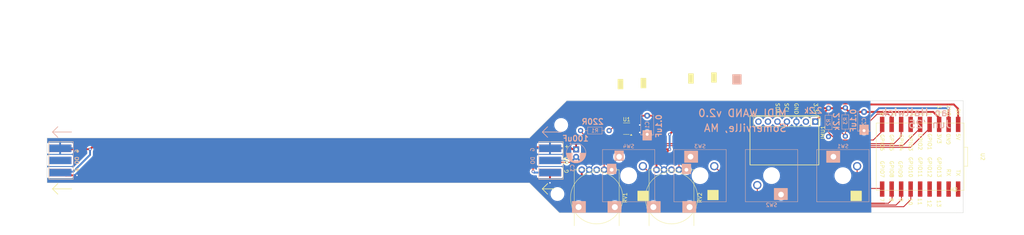
<source format=kicad_pcb>
(kicad_pcb (version 20240108) (generator "pcbnew") (generator_version "8.0")
  (layers (0 "F.Cu" signal) (31 "B.Cu" signal) (34 "B.Paste" user) (35 "F.Paste" user) (36 "B.SilkS" user "B.Silkscreen") (37 "F.SilkS" user "F.Silkscreen") (38 "B.Mask" user) (39 "F.Mask" user) (44 "Edge.Cuts" user))
  (net 0 "")
  (net 1 "/A1")
  (net 2 "+3.3V")
  (net 3 "GND")
  (net 4 "/A2")
  (net 5 "/A3")
  (net 6 "/A6")
  (net 7 "/A0")
  (net 8 "/A8")
  (net 9 "/SCL")
  (net 10 "/SDA")
  (net 11 "/A7")
  (net 12 "/A9")
  (net 13 "/D0")
  (net 17 "+5V")
  (net 18 "Net-(D1-DO)")
  (net 21 "Net-(R1-Pad1)")
  (footprint "ih_kicad:potentiometer_wheel_10mm" (layer "F.Cu") (at 202 110 -90)
    (property "Reference" "RV2" (at 0 -7.62 90) (layer "F.SilkS"))
    (property "Value" "10k")
    (pad "1" thru_hole circle (at -7.5 4 270) (size 1.8 1.8) (drill 1) (layers "*.Cu" "*.Mask") (net 2 "+3.3V"))
    (pad "2" thru_hole circle (at -7.5 2 270) (size 1.8 1.8) (drill 1) (layers "*.Cu" "*.Mask") (net 3 "GND"))
    (pad "3" thru_hole circle (at -7.5 0 270) (size 1.8 1.8) (drill 1) (layers "*.Cu" "*.Mask"))
    (pad "4" thru_hole circle (at -7.5 -2 270) (size 1.8 1.8) (drill 1) (layers "*.Cu" "*.Mask") (net 7 "/A0"))
    (pad "5" thru_hole circle (at -7.5 -4 270) (size 1.8 1.8) (drill 1) (layers "*.Cu" "*.Mask") (net 3 "GND"))
    (pad "6" thru_hole circle (at 2.5 -4.85 270) (size 2.6 2.6) (drill 1.6) (layers "*.Cu" "*.Mask") (net 3 "GND"))
    (pad "6" thru_hole circle (at 2.5 4.85 270) (size 2.6 2.6) (drill 1.6) (layers "*.Cu" "*.Mask") (net 3 "GND"))
  )
  (footprint "Package_TO_SOT_SMD:TSOT-23-5_HandSoldering" (layer "F.Cu") (at 190 91.5 180)
    (property "Reference" "U1" (at 0 2.5 0) (layer "F.SilkS"))
    (property "Value" "74AHCT1G125")
    (pad "1" smd roundrect (at -1.71 -0.95 180) (size 2 0.65) (layers "F.Cu" "F.Paste" "F.Mask") (net 3 "GND"))
    (pad "2" smd roundrect (at -1.71 0 180) (size 2 0.65) (layers "F.Cu" "F.Paste" "F.Mask") (net 5 "/A3"))
    (pad "3" smd roundrect (at -1.71 0.95 180) (size 2 0.65) (layers "F.Cu" "F.Paste" "F.Mask") (net 3 "GND"))
    (pad "4" smd roundrect (at 1.71 0.95 180) (size 2 0.65) (layers "F.Cu" "F.Paste" "F.Mask") (net 21 "Net-(R1-Pad1)"))
    (pad "5" smd roundrect (at 1.71 -0.95 180) (size 2 0.65) (layers "F.Cu" "F.Paste" "F.Mask") (net 17 "+5V"))
  )
  (footprint "ih_kicad:WS2812_PADS" (layer "F.Cu") (at 170 100 90)
    (property "Reference" "D1" (hide yes))
    (property "Value" "~")
    (fp_text user "DO" (at -1.118063 4.5 90) (layer "F.SilkS") (effects (justify left bottom)))
    (fp_text user "G" (at -3.5 4.541299 90) (layer "F.SilkS") (effects (justify left bottom)))
    (fp_text user "+" (at 3 4.5 90) (layer "F.SilkS") (effects (justify left bottom)))
    (pad "1" smd rect (at -3.25 -0.5 90) (size 2 6) (layers "F.Cu" "F.Paste" "F.Mask") (net 3 "GND"))
    (pad "2" smd rect (at 0 -0.5 90) (size 2 6) (layers "F.Cu" "F.Paste" "F.Mask") (net 18 "Net-(D1-DO)"))
    (pad "3" smd rect (at 3.25 -0.5 90) (size 2 6) (layers "F.Cu" "F.Paste" "F.Mask") (net 17 "+5V"))
  )
  (footprint "MountingHole:MountingHole_3.2mm_M3" (layer "F.Cu") (at 172.5 90.5)
    (property "Reference" "H4" (hide yes))
    (property "Value" "MountingHole")
    (pad "" np_thru_hole circle (at 0 0) (size 3.2 3.2) (drill 3.2) (layers "*.Cu" "*.Mask"))
  )
  (footprint "Connector_PinHeader_2.54mm:PinHeader_1x07_P2.54mm_Vertical" (layer "F.Cu") (at 240.5 89.6 -90)
    (property "Reference" "IMU1" (at 2.9 -2 90) (layer "F.SilkS"))
    (property "Value" "Conn_01x07_Pin" (hide yes))
    (pad "1" thru_hole rect (at 0 0 270) (size 1.7 1.7) (drill 1) (layers "*.Cu" "*.Mask") (net 2 "+3.3V"))
    (pad "2" thru_hole oval (at 0 2.54 270) (size 1.7 1.7) (drill 1) (layers "*.Cu" "*.Mask"))
    (pad "3" thru_hole oval (at 0 5.08 270) (size 1.7 1.7) (drill 1) (layers "*.Cu" "*.Mask") (net 3 "GND"))
    (pad "4" thru_hole oval (at 0 7.62 270) (size 1.7 1.7) (drill 1) (layers "*.Cu" "*.Mask") (net 9 "/SCL"))
    (pad "5" thru_hole oval (at 0 10.16 270) (size 1.7 1.7) (drill 1) (layers "*.Cu" "*.Mask") (net 10 "/SDA"))
    (pad "6" thru_hole oval (at 0 12.7 270) (size 1.7 1.7) (drill 1) (layers "*.Cu" "*.Mask"))
    (pad "7" thru_hole oval (at 0 15.24 270) (size 1.7 1.7) (drill 1) (layers "*.Cu" "*.Mask"))
  )
  (footprint "ih_kicad:Wifiduino-ESP32S3-SMD" (layer "F.Cu") (at 268.5 99 -90)
    (property "Reference" "U2" (at 0 -16.74 -90) (layer "F.SilkS"))
    (property "Value" "~")
    (fp_text user "GPIO7" (at 1 10.16 -90) (layer "F.SilkS") (effects (justify left)))
    (fp_text user "GPIO2" (at -6.35 0 -90) (layer "F.SilkS") (effects (justify left)))
    (fp_text user "GPIO11" (at 0 0 -90) (layer "F.SilkS") (effects (justify left)))
    (fp_text user "3V3" (at -6.35 -5.08 -90) (layer "F.SilkS") (effects (justify left)))
    (fp_text user "TX" (at 5.309999 -10.16 -90) (layer "F.SilkS") (effects (justify right)))
    (fp_text user "GPIO13" (at 0 -5.08 -90) (layer "F.SilkS") (effects (justify left)))
    (fp_text user "GPIO6" (at -6.120001 10.16 -90) (layer "F.SilkS") (effects (justify left)))
    (fp_text user "GPIO9" (at 1 5.309999 -90) (layer "F.SilkS") (effects (justify left)))
    (fp_text user "5V" (at -6.35 -10.16 -90) (layer "F.SilkS") (effects (justify left)))
    (fp_text user "GPIO3" (at -6.120001 2.54 -90) (layer "F.SilkS") (effects (justify left)))
    (fp_text user "GND" (at -6.35 -7.62 90) (layer "F.SilkS") (effects (justify right)))
    (fp_text user "GPIO1" (at -6.35 -2.54 -90) (layer "F.SilkS") (effects (justify left)))
    (fp_text user "GPIO12" (at 0 -2.54 -90) (layer "F.SilkS") (effects (justify left)))
    (fp_text user "RX" (at 5.309999 -7.62 -90) (layer "F.SilkS") (effects (justify right)))
    (fp_text user "GPIO5" (at -6.120001 7.62 -90) (layer "F.SilkS") (effects (justify left)))
    (fp_text user "GPIO8" (at 1 7.62 -90) (layer "F.SilkS") (effects (justify left)))
    (fp_text user "GPIO10" (at 0 2.54 -90) (layer "F.SilkS") (effects (justify left)))
    (fp_text user "GPIO4" (at -6.120001 5.08 -90) (layer "F.SilkS") (effects (justify left)))
    (pad "1" smd custom (at -7.62 -10.16 180) (size 1.2 2) (layers "F.Cu" "F.Paste" "F.Mask") (net 17 "+5V") (options (clearance outline) (anchor rect)) (primitives (gr_poly (pts (xy -0.5 3) (xy -0.5 -0.5) (xy 0.5 -0.5) (xy 0.5 3)) (width 0.2) (fill yes))))
    (pad "2" smd custom (at -7.62 -7.62 180) (size 1.2 2) (layers "F.Cu" "F.Paste" "F.Mask") (net 3 "GND") (options (clearance outline) (anchor rect)) (primitives (gr_poly (pts (xy -0.5 3) (xy -0.5 -0.5) (xy 0.5 -0.5) (xy 0.5 3)) (width 0.2) (fill yes))))
    (pad "3" smd custom (at -7.62 -5.08 180) (size 1.2 2) (layers "F.Cu" "F.Paste" "F.Mask") (net 2 "+3.3V") (options (clearance outline) (anchor rect)) (primitives (gr_poly (pts (xy -0.5 3) (xy -0.5 -0.5) (xy 0.5 -0.5) (xy 0.5 3)) (width 0.2) (fill yes))))
    (pad "4" smd custom (at -7.62 -2.54 180) (size 1.2 2) (layers "F.Cu" "F.Paste" "F.Mask") (net 7 "/A0") (options (clearance outline) (anchor rect)) (primitives (gr_poly (pts (xy -0.5 3) (xy -0.5 -0.5) (xy 0.5 -0.5) (xy 0.5 3)) (width 0.2) (fill yes))))
    (pad "5" smd custom (at -7.62 0 180) (size 1.2 2) (layers "F.Cu" "F.Paste" "F.Mask") (net 1 "/A1") (options (clearance outline) (anchor rect)) (primitives (gr_poly (pts (xy -0.5 3) (xy -0.5 -0.5) (xy 0.5 -0.5) (xy 0.5 3)) (width 0.2) (fill yes))))
    (pad "6" smd custom (at -7.62 2.54 180) (size 1.2 2) (layers "F.Cu" "F.Paste" "F.Mask") (net 4 "/A2") (options (clearance outline) (anchor rect)) (primitives (gr_poly (pts (xy -0.5 3) (xy -0.5 -0.5) (xy 0.5 -0.5) (xy 0.5 3)) (width 0.2) (fill yes))))
    (pad "7" smd custom (at -7.62 5.08 180) (size 1.2 2) (layers "F.Cu" "F.Paste" "F.Mask") (net 5 "/A3") (options (clearance outline) (anchor rect)) (primitives (gr_poly (pts (xy -0.5 3) (xy -0.5 -0.5) (xy 0.5 -0.5) (xy 0.5 3)) (width 0.2) (fill yes))))
    (pad "8" smd custom (at -7.62 7.62 180) (size 1.2 2) (layers "F.Cu" "F.Paste" "F.Mask") (net 9 "/SCL") (options (clearance outline) (anchor rect)) (primitives (gr_poly (pts (xy -0.5 3) (xy -0.5 -0.5) (xy 0.5 -0.5) (xy 0.5 3)) (width 0.2) (fill yes))))
    (pad "9" smd custom (at -7.62 10.16 180) (size 1.2 2) (layers "F.Cu" "F.Paste" "F.Mask") (net 10 "/SDA") (options (clearance outline) (anchor rect)) (primitives (gr_poly (pts (xy -0.5 3) (xy -0.5 -0.5) (xy 0.5 -0.5) (xy 0.5 3)) (width 0.2) (fill yes))))
    (pad "10" smd custom (at 7.62 10.16) (size 1.2 2) (layers "F.Cu" "F.Paste" "F.Mask") (net 6 "/A6") (options (clearance outline) (anchor rect)) (primitives (gr_poly (pts (xy -0.5 3) (xy -0.5 -0.5) (xy 0.5 -0.5) (xy 0.5 3)) (width 0.2) (fill yes))))
    (pad "11" smd custom (at 7.62 7.62) (size 1.2 2) (layers "F.Cu" "F.Paste" "F.Mask") (net 11 "/A7") (options (clearance outline) (anchor rect)) (primitives (gr_poly (pts (xy -0.5 3) (xy -0.5 -0.5) (xy 0.5 -0.5) (xy 0.5 3)) (width 0.2) (fill yes))))
    (pad "12" smd custom (at 7.62 5.08) (size 1.2 2) (layers "F.Cu" "F.Paste" "F.Mask") (net 8 "/A8") (options (clearance outline) (anchor rect)) (primitives (gr_poly (pts (xy -0.5 3) (xy -0.5 -0.5) (xy 0.5 -0.5) (xy 0.5 3)) (width 0.2) (fill yes))))
    (pad "13" smd custom (at 7.62 2.54) (size 1.2 2) (layers "F.Cu" "F.Paste" "F.Mask") (net 12 "/A9") (options (clearance outline) (anchor rect)) (primitives (gr_poly (pts (xy -0.5 3) (xy -0.5 -0.5) (xy 0.5 -0.5) (xy 0.5 3)) (width 0.2) (fill yes))))
    (pad "14" smd custom (at 7.62 0) (size 1.2 2) (layers "F.Cu" "F.Paste" "F.Mask") (net 13 "/D0") (options (clearance outline) (anchor rect)) (primitives (gr_poly (pts (xy -0.5 3) (xy -0.5 -0.5) (xy 0.5 -0.5) (xy 0.5 3)) (width 0.2) (fill yes))))
    (pad "15" smd custom (at 7.62 -2.54) (size 1.2 2) (layers "F.Cu" "F.Paste" "F.Mask") (options (clearance outline) (anchor rect)) (primitives (gr_poly (pts (xy -0.5 3) (xy -0.5 -0.5) (xy 0.5 -0.5) (xy 0.5 3)) (width 0.2) (fill yes))))
    (pad "16" smd custom (at 7.62 -5.08) (size 1.2 2) (layers "F.Cu" "F.Paste" "F.Mask") (options (clearance outline) (anchor rect)) (primitives (gr_poly (pts (xy -0.5 3) (xy -0.5 -0.5) (xy 0.5 -0.5) (xy 0.5 3)) (width 0.2) (fill yes))))
    (pad "17" smd custom (at 7.62 -7.62) (size 1.2 2) (layers "F.Cu" "F.Paste" "F.Mask") (options (clearance outline) (anchor rect)) (primitives (gr_poly (pts (xy -0.5 3) (xy -0.5 -0.5) (xy 0.5 -0.5) (xy 0.5 3)) (width 0.2) (fill yes))))
    (pad "18" smd custom (at 7.62 -10.16) (size 1.2 2) (layers "F.Cu" "F.Paste" "F.Mask") (options (clearance outline) (anchor rect)) (primitives (gr_poly (pts (xy -0.5 3) (xy -0.5 -0.5) (xy 0.5 -0.5) (xy 0.5 3)) (width 0.2) (fill yes))))
  )
  (footprint "ih_kicad:potentiometer_wheel_10mm" (layer "F.Cu") (at 182 110 -90)
    (property "Reference" "RV1" (at 0 -7.62 90) (layer "F.SilkS"))
    (property "Value" "10k")
    (pad "1" thru_hole circle (at -7.5 4 270) (size 1.8 1.8) (drill 1) (layers "*.Cu" "*.Mask") (net 2 "+3.3V"))
    (pad "2" thru_hole circle (at -7.5 2 270) (size 1.8 1.8) (drill 1) (layers "*.Cu" "*.Mask") (net 3 "GND"))
    (pad "3" thru_hole circle (at -7.5 0 270) (size 1.8 1.8) (drill 1) (layers "*.Cu" "*.Mask"))
    (pad "4" thru_hole circle (at -7.5 -2 270) (size 1.8 1.8) (drill 1) (layers "*.Cu" "*.Mask") (net 1 "/A1"))
    (pad "5" thru_hole circle (at -7.5 -4 270) (size 1.8 1.8) (drill 1) (layers "*.Cu" "*.Mask") (net 3 "GND"))
    (pad "6" thru_hole circle (at 2.5 -4.85 270) (size 2.6 2.6) (drill 1.6) (layers "*.Cu" "*.Mask") (net 3 "GND"))
    (pad "6" thru_hole circle (at 2.5 4.85 270) (size 2.6 2.6) (drill 1.6) (layers "*.Cu" "*.Mask") (net 3 "GND"))
  )
  (footprint "ih_kicad:WS2812_PADS" (layer "F.Cu") (at 39 100 90)
    (property "Reference" "D2" (hide yes))
    (property "Value" "~")
    (fp_text user "G" (at -3.110784 4.541299 90) (layer "F.SilkS") (effects (justify left bottom)))
    (fp_text user "+" (at 1.799098 4.623512 90) (layer "F.SilkS") (effects (justify left bottom)))
    (fp_text user "DO" (at -1.118063 4.603572 90) (layer "F.SilkS") (effects (justify left bottom)))
    (pad "1" smd rect (at -3.25 -0.5 90) (size 2 6) (layers "F.Cu" "F.Paste" "F.Mask") (net 3 "GND"))
    (pad "2" smd rect (at 0 -0.5 90) (size 2 6) (layers "F.Cu" "F.Paste" "F.Mask"))
    (pad "3" smd rect (at 3.25 -0.5 90) (size 2 6) (layers "F.Cu" "F.Paste" "F.Mask") (net 17 "+5V"))
  )
  (footprint "MountingHole:MountingHole_3.2mm_M3" (layer "F.Cu") (at 277.5 112)
    (property "Reference" "H2" (at 0 -4.2 0) (layer "F.SilkS"))
    (property "Value" "MountingHole")
    (pad "" np_thru_hole circle (at 0 0) (size 3.2 3.2) (drill 3.2) (layers "*.Cu" "*.Mask"))
  )
  (footprint "MountingHole:MountingHole_3.2mm_M3" (layer "F.Cu") (at 171.5 109)
    (property "Reference" "H1" (hide yes))
    (property "Value" "MountingHole")
    (pad "" np_thru_hole circle (at 0 0) (size 3.2 3.2) (drill 3.2) (layers "*.Cu" "*.Mask"))
  )
  (footprint "ih_kicad:WS2812_PADS" (layer "B.Cu") (at 39 100 -90)
    (property "Reference" "D4" (hide yes))
    (property "Value" "~")
    (fp_text user "+" (at 1.799098 -4.623512 90) (layer "B.SilkS") (effects (justify left bottom mirror)))
    (fp_text user "G" (at -3.110784 -4.541299 90) (layer "B.SilkS") (effects (justify left bottom mirror)))
    (fp_text user "DO" (at -1.118063 -4.603572 90) (layer "B.SilkS") (effects (justify left bottom mirror)))
    (pad "1" smd rect (at -3.25 0.5 270) (size 2 6) (layers "B.Cu" "B.Paste" "B.Mask") (net 3 "GND"))
    (pad "2" smd rect (at 0 0.5 270) (size 2 6) (layers "B.Cu" "B.Paste" "B.Mask"))
    (pad "3" smd rect (at 3.25 0.5 270) (size 2 6) (layers "B.Cu" "B.Paste" "B.Mask") (net 17 "+5V"))
  )
  (footprint "ih_kicad:WS2812_PADS" (layer "B.Cu") (at 170 100 -90)
    (property "Reference" "D3" (hide yes))
    (property "Value" "~")
    (fp_text user "DO" (at -1.118063 4.51994 90) (layer "B.SilkS") (effects (justify left bottom mirror)))
    (fp_text user "+" (at 1.799098 4.5 90) (layer "B.SilkS") (effects (justify left bottom mirror)))
    (fp_text user "G" (at -3.5 4.582213 90) (layer "B.SilkS") (effects (justify left bottom mirror)))
    (pad "1" smd rect (at -3.25 0.5 270) (size 2 6) (layers "B.Cu" "B.Paste" "B.Mask") (net 3 "GND"))
    (pad "2" smd rect (at 0 0.5 270) (size 2 6) (layers "B.Cu" "B.Paste" "B.Mask") (net 18 "Net-(D1-DO)"))
    (pad "3" smd rect (at 3.25 0.5 270) (size 2 6) (layers "B.Cu" "B.Paste" "B.Mask") (net 17 "+5V"))
  )
  (footprint "Button_Switch_Keyboard:SW_Cherry_MX_1.00u_Plate" (layer "B.Cu") (at 231.3 109.15)
    (property "Reference" "SW2" (at -2.54 2.794 0) (layer "B.SilkS") (effects (justify mirror)))
    (property "Value" "SW_SPST")
    (pad "" np_thru_hole circle (at -2.54 -5.08) (size 4 4) (drill 4) (layers "*.Cu" "*.Mask"))
    (pad "1" thru_hole circle (at 0 0) (size 2.2 2.2) (drill 1.5) (layers "*.Cu" "*.Mask") (net 3 "GND"))
    (pad "2" thru_hole circle (at -6.35 -2.54) (size 2.2 2.2) (drill 1.5) (layers "*.Cu" "*.Mask") (net 11 "/A7"))
  )
  (footprint "Resistor_THT:R_Axial_DIN0204_L3.6mm_D1.6mm_P7.62mm_Horizontal" (layer "B.Cu") (at 248.5 85.88 -90)
    (property "Reference" "R3" (at 3.5 0 90) (layer "B.SilkS") (effects (justify mirror)))
    (property "Value" "R")
    (pad "1" thru_hole circle (at 0 0 270) (size 1.4 1.4) (drill 0.7) (layers "*.Cu" "*.Mask") (net 2 "+3.3V"))
    (pad "2" thru_hole oval (at 7.62 0 270) (size 1.4 1.4) (drill 0.7) (layers "*.Cu" "*.Mask") (net 9 "/SCL"))
  )
  (footprint "Resistor_THT:R_Axial_DIN0204_L3.6mm_D1.6mm_P7.62mm_Horizontal" (layer "B.Cu") (at 185.31 92 180)
    (property "Reference" "R1" (at 3.81 0 0) (layer "B.SilkS") (effects (justify mirror)))
    (property "Value" "220R")
    (pad "1" thru_hole circle (at 0 0 180) (size 1.4 1.4) (drill 0.7) (layers "*.Cu" "*.Mask") (net 21 "Net-(R1-Pad1)"))
    (pad "2" thru_hole oval (at 7.62 0 180) (size 1.4 1.4) (drill 0.7) (layers "*.Cu" "*.Mask") (net 18 "Net-(D1-DO)"))
  )
  (footprint "Capacitor_THT:C_Disc_D5.1mm_W3.2mm_P5.00mm" (layer "B.Cu") (at 253.5 92 90)
    (property "Reference" "C2" (at 2.5 0 90) (layer "B.SilkS") (effects (justify mirror)))
    (property "Value" "0.1uF")
    (pad "1" thru_hole circle (at 0 0 90) (size 1.6 1.6) (drill 0.8) (layers "*.Cu" "*.Mask") (net 3 "GND"))
    (pad "2" thru_hole circle (at 5 0 90) (size 1.6 1.6) (drill 0.8) (layers "*.Cu" "*.Mask") (net 2 "+3.3V"))
  )
  (footprint "Resistor_THT:R_Axial_DIN0204_L3.6mm_D1.6mm_P7.62mm_Horizontal" (layer "B.Cu") (at 244 86 -90)
    (property "Reference" "R2" (at 3.81 0 90) (layer "B.SilkS") (effects (justify mirror)))
    (property "Value" "R")
    (pad "1" thru_hole circle (at 0 0 270) (size 1.4 1.4) (drill 0.7) (layers "*.Cu" "*.Mask") (net 2 "+3.3V"))
    (pad "2" thru_hole oval (at 7.62 0 270) (size 1.4 1.4) (drill 0.7) (layers "*.Cu" "*.Mask") (net 10 "/SDA"))
  )
  (footprint "Button_Switch_Keyboard:SW_Cherry_MX_1.00u_Plate" (layer "B.Cu") (at 207.1 99 180)
    (property "Reference" "SW3" (at -2.54 2.794 0) (layer "B.SilkS") (effects (justify mirror)))
    (property "Value" "SW_SPST")
    (pad "" np_thru_hole circle (at -2.54 -5.08 180) (size 4 4) (drill 4) (layers "*.Cu" "*.Mask"))
    (pad "1" thru_hole circle (at 0 0 180) (size 2.2 2.2) (drill 1.5) (layers "*.Cu" "*.Mask") (net 3 "GND"))
    (pad "2" thru_hole circle (at -6.35 -2.54 180) (size 2.2 2.2) (drill 1.5) (layers "*.Cu" "*.Mask") (net 8 "/A8"))
  )
  (footprint "Capacitor_THT:CP_Radial_D5.0mm_P2.00mm" (layer "B.Cu") (at 176.5 97.044888 -90)
    (property "Reference" "C3" (at 4.955112 1 90) (layer "B.SilkS") (effects (justify mirror)))
    (property "Value" "100uF")
    (pad "1" thru_hole rect (at 0 0 270) (size 1.6 1.6) (drill 0.8) (layers "*.Cu" "*.Mask") (net 17 "+5V"))
    (pad "2" thru_hole circle (at 2 0 270) (size 1.6 1.6) (drill 0.8) (layers "*.Cu" "*.Mask") (net 3 "GND"))
  )
  (footprint "Button_Switch_Keyboard:SW_Cherry_MX_1.00u_Plate" (layer "B.Cu") (at 188 99 180)
    (property "Reference" "SW4" (at -2.54 2.794 0) (layer "B.SilkS") (effects (justify mirror)))
    (property "Value" "SW_SPST")
    (pad "" np_thru_hole circle (at -2.54 -5.08 180) (size 4 4) (drill 4) (layers "*.Cu" "*.Mask"))
    (pad "1" thru_hole circle (at 0 0 180) (size 2.2 2.2) (drill 1.5) (layers "*.Cu" "*.Mask") (net 3 "GND"))
    (pad "2" thru_hole circle (at -6.35 -2.54 180) (size 2.2 2.2) (drill 1.5) (layers "*.Cu" "*.Mask") (net 12 "/A9"))
  )
  (footprint "Capacitor_THT:C_Disc_D5.1mm_W3.2mm_P5.00mm" (layer "B.Cu") (at 195.5 88 -90)
    (property "Reference" "C1" (at 2.5 0 90) (layer "B.SilkS") (effects (justify mirror)))
    (property "Value" "0.1uF")
    (pad "1" thru_hole circle (at 0 0 270) (size 1.6 1.6) (drill 0.8) (layers "*.Cu" "*.Mask") (net 17 "+5V"))
    (pad "2" thru_hole circle (at 5 0 270) (size 1.6 1.6) (drill 0.8) (layers "*.Cu" "*.Mask") (net 3 "GND"))
  )
  (footprint "Button_Switch_Keyboard:SW_Cherry_MX_1.00u_Plate" (layer "B.Cu") (at 245.3 99 180)
    (property "Reference" "SW1" (at -2.54 2.794 0) (layer "B.SilkS") (effects (justify mirror)))
    (property "Value" "SW_SPST")
    (pad "" np_thru_hole circle (at -2.54 -5.08 180) (size 4 4) (drill 4) (layers "*.Cu" "*.Mask"))
    (pad "1" thru_hole circle (at 0 0 180) (size 2.2 2.2) (drill 1.5) (layers "*.Cu" "*.Mask") (net 3 "GND"))
    (pad "2" thru_hole circle (at -6.35 -2.54 180) (size 2.2 2.2) (drill 1.5) (layers "*.Cu" "*.Mask") (net 6 "/A6"))
  )
  (gr_rect (start 184.853 101) (end 187.147 103.54) (stroke (width 0.2)) (fill solid) (layer "B.SilkS"))
  (gr_rect (start 204.853 101) (end 207.147 103.54) (stroke (width 0.2)) (fill solid) (layer "B.SilkS"))
  (gr_rect (start 229.5 107.5) (end 233 110.5) (stroke (width 0.2)) (fill solid) (layer "B.SilkS"))
  (gr_rect (start 185 111) (end 188.5 114) (stroke (width 0.2)) (fill solid) (layer "B.SilkS"))
  (gr_rect (start 218.353 77) (end 220.647 79.54) (stroke (width 0.2)) (fill solid) (layer "B.SilkS"))
  (gr_rect (start 205 111) (end 208.5 114) (stroke (width 0.2)) (fill solid) (layer "B.SilkS"))
  (gr_rect (start 186.853 97.46) (end 189.147 100) (stroke (width 0.2)) (fill solid) (layer "B.SilkS"))
  (gr_rect (start 205.5 97.5) (end 209 100.5) (stroke (width 0.2)) (fill solid) (layer "B.SilkS"))
  (gr_rect (start 195.5 111) (end 199 114) (stroke (width 0.2)) (fill solid) (layer "B.SilkS"))
  (gr_rect (start 243.5 97.5) (end 247 100.5) (stroke (width 0.2)) (fill solid) (layer "B.SilkS"))
  (gr_rect (start 175.5 111) (end 179 114) (stroke (width 0.2)) (fill solid) (layer "B.SilkS"))
  (gr_rect (start 252.353 90.5) (end 254.647 93.04) (stroke (width 0.2)) (fill solid) (layer "B.SilkS"))
  (gr_rect (start 194.353 92) (end 196.647 94.54) (stroke (width 0.2)) (fill solid) (layer "B.SilkS"))
  (gr_rect (start 187.706 78.27) (end 189 80.81) (stroke (width 0.2)) (fill solid) (layer "F.SilkS"))
  (gr_rect (start 206.559 76.77) (end 207.853 79.31) (stroke (width 0.2)) (fill solid) (layer "F.SilkS"))
  (gr_rect (start 223 88) (end 241.4 101.2) (stroke (width 0.2)) (fill none) (layer "F.SilkS"))
  (gr_rect (start 211.706 108) (end 214.5 110.54) (stroke (width 0.2)) (fill solid) (layer "F.SilkS"))
  (gr_rect (start 193.853 78) (end 195.147 80.54) (stroke (width 0.2)) (fill solid) (layer "F.SilkS"))
  (gr_rect (start 229.706 107.73) (end 232.5 110.27) (stroke (width 0.2)) (fill solid) (layer "F.SilkS"))
  (gr_rect (start 212.706 76.5) (end 214 79.04) (stroke (width 0.2)) (fill solid) (layer "F.SilkS"))
  (gr_rect (start 250 108.23) (end 252.794 110.77) (stroke (width 0.2)) (fill solid) (layer "F.SilkS"))
  (gr_rect (start 193 108.23) (end 195.794 110.77) (stroke (width 0.2)) (fill solid) (layer "F.SilkS"))
  (gr_line (start 174 84) (end 280 84) (stroke (width 0.1)) (layer "Edge.Cuts"))
  (gr_line (start 164 94) (end 35 94) (stroke (width 0.1)) (layer "Edge.Cuts"))
  (gr_line (start 280 114) (end 172 114) (stroke (width 0.1)) (layer "Edge.Cuts"))
  (gr_line (start 280 84) (end 280 114) (stroke (width 0.1)) (layer "Edge.Cuts"))
  (gr_line (start 172 114) (end 164 106) (stroke (width 0.1)) (layer "Edge.Cuts"))
  (gr_line (start 35 94) (end 35 106) (stroke (width 0.1)) (layer "Edge.Cuts"))
  (gr_line (start 174 84) (end 164 94) (stroke (width 0.1)) (layer "Edge.Cuts"))
  (gr_line (start 35 106) (end 164 106) (stroke (width 0.1)) (layer "Edge.Cuts"))
  (gr_text "2.2k" (at 247 87 90) (layer "B.SilkS") (effects (font (size 1.5 1.5) (thickness 0.3) (bold yes)) (justify left bottom mirror)))
  (gr_text "Ian Hattwick \nJun '25" (at 277 91.5 0) (layer "B.SilkS") (effects (font (size 2 2) (thickness 0.3) (bold yes)) (justify left bottom mirror)))
  (gr_text "Somerville, MA" (at 233 92.5 0) (layer "B.SilkS") (effects (font (size 2 2) (thickness 0.3) (bold yes)) (justify left bottom mirror)))
  (gr_text "0.1uF" (at 199.5 87.5 90) (layer "B.SilkS") (effects (font (size 1.5 1.5) (thickness 0.3) (bold yes)) (justify left bottom mirror)))
  (gr_text "2.2k" (at 242.5 87.5 0) (layer "B.SilkS") (effects (font (size 1.5 1.5) (thickness 0.3) (bold yes)) (justify left bottom mirror)))
  (gr_text "220R" (at 184 90.5 0) (layer "B.SilkS") (effects (font (size 1.5 1.5) (thickness 0.3) (bold yes)) (justify left bottom mirror)))
  (gr_text "MIDI WAND v2.0" (at 233 88.5 0) (layer "B.SilkS") (effects (font (size 2 2) (thickness 0.3) (bold yes)) (justify left bottom mirror)))
  (gr_text "0.1uF" (at 251.5 86 90) (layer "B.SilkS") (effects (font (size 1.5 1.5) (thickness 0.3) (bold yes)) (justify left bottom mirror)))
  (gr_text "100uF" (at 180 95 0) (layer "B.SilkS") (effects (font (size 1.5 1.5) (thickness 0.3) (bold yes)) (justify left bottom mirror)))
  (gr_text "2" (at 268.388 87.032 -90) (layer "F.SilkS") (effects (font (size 1 1)) (justify left bottom)))
  (gr_text "GND" (at 234.8 84.5 270) (layer "F.SilkS") (effects (font (size 1 1)) (justify left bottom)))
  (gr_text "4" (at 263.308 87.032 -90) (layer "F.SilkS") (effects (font (size 1 1)) (justify left bottom)))
  (gr_text "3.3v" (at 240 84.5 -90) (layer "F.SilkS") (effects (font (size 1 1)) (justify left bottom)))
  (gr_text "SCL" (at 232.2 84.5 270) (layer "F.SilkS") (effects (font (size 1 1)) (justify left bottom)))
  (gr_text "3" (at 265.848 87.032 -90) (layer "F.SilkS") (effects (font (size 1 1)) (justify left bottom)))
  (gr_text "5V" (at 278.04 86 -90) (layer "F.SilkS") (effects (font (size 1 1)) (justify left bottom)))
  (gr_text "12" (at 270.38 110.5 -90) (layer "F.SilkS") (effects (font (size 1 1)) (justify left bottom)))
  (gr_text "11" (at 267.84 109.992 -90) (layer "F.SilkS") (effects (font (size 1 1)) (justify left bottom)))
  (gr_text "GND" (at 275.5 85 -90) (layer "F.SilkS") (effects (font (size 1 1)) (justify left bottom)))
  (gr_text "13" (at 272.92 110.5 -90) (layer "F.SilkS") (effects (font (size 1 1)) (justify left bottom)))
  (gr_text "3.3v" (at 272.96 85 -90) (layer "F.SilkS") (effects (font (size 1 1)) (justify left bottom)))
  (gr_text "1" (at 270.42 87.032 -90) (layer "F.SilkS") (effects (font (size 1 1)) (justify left bottom)))
  (gr_text "10" (at 265.3 109.992 -90) (layer "F.SilkS") (effects (font (size 1 1)) (justify left bottom)))
  (gr_text "9" (at 262.76 109.992 -90) (layer "F.SilkS") (effects (font (size 1 1)) (justify left bottom)))
  (gr_text "8" (at 260.22 109.992 -90) (layer "F.SilkS") (effects (font (size 1 1)) (justify left bottom)))
  (gr_text "SDA" (at 229.8 84.5 270) (layer "F.SilkS") (effects (font (size 1 1)) (justify left bottom)))
  (gr_text "6" (at 257.72 87.032 -90) (layer "F.SilkS") (effects (font (size 1 1)) (justify left bottom)))
  (gr_text "5" (at 260.768 87.032 -90) (layer "F.SilkS") (effects (font (size 1 1)) (justify left bottom)))
  (gr_text "7" (at 257.68 109.992 -90) (layer "F.SilkS") (effects (font (size 1 1)) (justify left bottom)))
  (segment (start 184 102.5) (end 184 97) (width 0.25) (layer "F.Cu") (net 1))
  (segment (start 263.88 96) (end 268.5 91.38) (width 0.25) (layer "F.Cu") (net 1))
  (segment (start 184 97) (end 185 96) (width 0.25) (layer "F.Cu") (net 1))
  (segment (start 185 96) (end 263.88 96) (width 0.25) (layer "F.Cu") (net 1))
  (segment (start 244 86) (end 240.5 89.5) (width 0.5) (layer "F.Cu") (net 2))
  (segment (start 178 104) (end 179 105) (width 0.5) (layer "F.Cu") (net 2))
  (segment (start 194 97) (end 201.5 97) (width 0.5) (layer "F.Cu") (net 2))
  (segment (start 178 102.5) (end 178 104) (width 0.5) (layer "F.Cu") (net 2))
  (segment (start 186 105) (end 194 97) (width 0.5) (layer "F.Cu") (net 2))
  (segment (start 273.58 91.38) (end 273.58 88.58) (width 0.5) (layer "F.Cu") (net 2))
  (segment (start 249.5 87) (end 248.5 86) (width 0.5) (layer "F.Cu") (net 2))
  (segment (start 273.58 88.58) (end 272 87) (width 0.5) (layer "F.Cu") (net 2))
  (segment (start 179 105) (end 186 105) (width 0.5) (layer "F.Cu") (net 2))
  (segment (start 201.5 97) (end 198 100.5) (width 0.5) (layer "F.Cu") (net 2))
  (segment (start 245 86) (end 208.5 86) (width 0.5) (layer "F.Cu") (net 2))
  (segment (start 253.5 87) (end 272 87) (width 0.5) (layer "F.Cu") (net 2))
  (segment (start 208.5 86) (end 201.5 93) (width 0.5) (layer "F.Cu") (net 2))
  (segment (start 248.5 86) (end 245 86) (width 0.5) (layer "F.Cu") (net 2))
  (segment (start 245 86) (end 244 86) (width 0.5) (layer "F.Cu") (net 2))
  (segment (start 198 100.5) (end 198 102.5) (width 0.5) (layer "F.Cu") (net 2))
  (segment (start 253.5 87) (end 249.5 87) (width 0.5) (layer "F.Cu") (net 2))
  (via (at 201.5 93) (size 0.8) (drill 0.4) (layers "F.Cu" "B.Cu") (net 2))
  (via (at 201.5 97) (size 0.8) (drill 0.4) (layers "F.Cu" "B.Cu") (net 2))
  (segment (start 201.5 93) (end 201.5 97) (width 0.5) (layer "B.Cu") (net 2))
  (segment (start 43 104) (end 40 104) (width 0.5) (layer "F.Cu") (net 3))
  (segment (start 276.12 91.38) (end 276.12 86.12) (width 0.5) (layer "F.Cu") (net 3))
  (segment (start 169.5 102.5) (end 169.5 106) (width 0.5) (layer "F.Cu") (net 3))
  (segment (start 276.12 86.12) (end 276 86) (width 0.5) (layer "F.Cu") (net 3))
  (segment (start 193.45 90.55) (end 193.5 90.5) (width 0.5) (layer "F.Cu") (net 3))
  (segment (start 191.71 90.55) (end 193.45 90.55) (width 0.5) (layer "F.Cu") (net 3))
  (segment (start 193.45 92.45) (end 193.5 92.5) (width 0.5) (layer "F.Cu") (net 3))
  (segment (start 40 104) (end 38.5 102.5) (width 0.5) (layer "F.Cu") (net 3))
  (segment (start 191.71 92.45) (end 193.45 92.45) (width 0.5) (layer "F.Cu") (net 3))
  (via (at 276 86) (size 0.8) (drill 0.4) (layers "F.Cu" "B.Cu") (net 3))
  (via (at 193.5 90.5) (size 0.8) (drill 0.4) (layers "F.Cu" "B.Cu") (net 3))
  (via (at 43 104) (size 0.8) (drill 0.4) (layers "F.Cu" "B.Cu") (net 3))
  (via (at 169.5 106) (size 0.8) (drill 0.4) (layers "F.Cu" "B.Cu") (net 3))
  (via (at 193.5 92.5) (size 0.8) (drill 0.4) (layers "F.Cu" "B.Cu") (net 3))
  (segment (start 253.5 90) (end 253.5 92) (width 0.5) (layer "B.Cu") (net 3))
  (segment (start 276 86) (end 257.5 86) (width 0.5) (layer "B.Cu") (net 3))
  (segment (start 257.5 86) (end 253.5 90) (width 0.5) (layer "B.Cu") (net 3))
  (segment (start 196 91.5) (end 191.71 91.5) (width 0.25) (layer "F.Cu") (net 5))
  (segment (start 200 95.5) (end 196 91.5) (width 0.25) (layer "F.Cu") (net 5))
  (segment (start 263.42 91.38) (end 263.42 93.58) (width 0.25) (layer "F.Cu") (net 5))
  (segment (start 263.42 93.58) (end 261.5 95.5) (width 0.25) (layer "F.Cu") (net 5))
  (segment (start 261.5 95.5) (end 200 95.5) (width 0.25) (layer "F.Cu") (net 5))
  (segment (start 251.65 101.54) (end 251.65 105.15) (width 0.25) (layer "F.Cu") (net 6))
  (segment (start 254 107.5) (end 258.5 107.5) (width 0.25) (layer "F.Cu") (net 6))
  (segment (start 251.65 105.15) (end 254 107.5) (width 0.25) (layer "F.Cu") (net 6))
  (segment (start 271.04 91.38) (end 265.92 96.5) (width 0.25) (layer "F.Cu") (net 7))
  (segment (start 205 96.5) (end 204 97.5) (width 0.25) (layer "F.Cu") (net 7))
  (segment (start 265.92 96.5) (end 205 96.5) (width 0.25) (layer "F.Cu") (net 7))
  (segment (start 204 97.5) (end 204 98.5) (width 0.25) (layer "F.Cu") (net 7))
  (segment (start 204 98.5) (end 204 102.5) (width 0.25) (layer "F.Cu") (net 7))
  (segment (start 213.45 101.54) (end 223.86 111.95) (width 0.25) (layer "F.Cu") (net 8))
  (segment (start 263.5 110.5) (end 263.5 107) (width 0.25) (layer "F.Cu") (net 8))
  (segment (start 230 111.95) (end 262.05 111.95) (width 0.25) (layer "F.Cu") (net 8))
  (segment (start 262.05 111.95) (end 263.5 110.5) (width 0.25) (layer "F.Cu") (net 8))
  (segment (start 223.86 111.95) (end 230 111.95) (width 0.25) (layer "F.Cu") (net 8))
  (segment (start 233 91) (end 233 89.5) (width 0.25) (layer "F.Cu") (net 9))
  (segment (start 260 87.575) (end 261 88.575) (width 0.25) (layer "F.Cu") (net 9))
  (segment (start 248.5 92.5) (end 251.5 89.5) (width 0.25) (layer "F.Cu") (net 9))
  (segment (start 261 88.575) (end 261 91) (width 0.25) (layer "F.Cu") (net 9))
  (segment (start 251.5 89.5) (end 255.075 89.5) (width 0.25) (layer "F.Cu") (net 9))
  (segment (start 233.5 91.5) (end 233 91) (width 0.25) (layer "F.Cu") (net 9))
  (segment (start 246.5 91.5) (end 235 91.5) (width 0.25) (layer "F.Cu") (net 9))
  (segment (start 255.075 89.5) (end 257 87.575) (width 0.25) (layer "F.Cu") (net 9))
  (segment (start 257 87.575) (end 260 87.575) (width 0.25) (layer "F.Cu") (net 9))
  (segment (start 248.5 93.5) (end 248.5 92.5) (width 0.25) (layer "F.Cu") (net 9))
  (segment (start 248.5 93.5) (end 246.5 91.5) (width 0.25) (layer "F.Cu") (net 9))
  (segment (start 235 91.5) (end 233.5 91.5) (width 0.25) (layer "F.Cu") (net 9))
  (segment (start 232.74 92) (end 243.5 92) (width 0.25) (layer "F.Cu") (net 10))
  (segment (start 230.34 89.6) (end 232.74 92) (width 0.25) (layer "F.Cu") (net 10))
  (segment (start 258.5 92) (end 258.5 90) (width 0.25) (layer "F.Cu") (net 10))
  (segment (start 256 94.5) (end 258.5 92) (width 0.25) (layer "F.Cu") (net 10))
  (segment (start 255.975 94.525) (end 256 94.5) (width 0.25) (layer "F.Cu") (net 10))
  (segment (start 246.025 94.525) (end 255.975 94.525) (width 0.25) (layer "F.Cu") (net 10))
  (segment (start 243.5 92) (end 245 93.5) (width 0.25) (layer "F.Cu") (net 10))
  (segment (start 245 93.5) (end 246.025 94.525) (width 0.25) (layer "F.Cu") (net 10))
  (segment (start 224.95 108.45) (end 227.5 111) (width 0.25) (layer "F.Cu") (net 11))
  (segment (start 260 111.5) (end 261 110.5) (width 0.25) (layer "F.Cu") (net 11))
  (segment (start 259 111.5) (end 243 111.5) (width 0.25) (layer "F.Cu") (net 11))
  (segment (start 224.95 106.61) (end 224.95 108.45) (width 0.25) (layer "F.Cu") (net 11))
  (segment (start 228 111.5) (end 259 111.5) (width 0.25) (layer "F.Cu") (net 11))
  (segment (start 243 111.5) (end 260 111.5) (width 0.25) (layer "F.Cu") (net 11))
  (segment (start 227.5 111) (end 228 111.5) (width 0.25) (layer "F.Cu") (net 11))
  (segment (start 261 110.5) (end 261 107) (width 0.25) (layer "F.Cu") (net 11))
  (segment (start 266 107.5) (end 265.5 107) (width 0.25) (layer "F.Cu") (net 12))
  (segment (start 221.273604 110) (end 223.673604 112.4) (width 0.25) (layer "F.Cu") (net 12))
  (segment (start 264.1 112.4) (end 266 110.5) (width 0.25) (layer "F.Cu") (net 12))
  (segment (start 223.673604 112.4) (end 264.1 112.4) (width 0.25) (layer "F.Cu") (net 12))
  (segment (start 266 110.5) (end 266 107.5) (width 0.25) (layer "F.Cu") (net 12))
  (segment (start 194.35 101.54) (end 202.81 110) (width 0.25) (layer "F.Cu") (net 12))
  (segment (start 202.81 110) (end 221.273604 110) (width 0.25) (layer "F.Cu") (net 12))
  (segment (start 46.5 97) (end 39 97) (width 0.5) (layer "F.Cu") (net 17))
  (segment (start 199.5 85.5) (end 197 88) (width 0.5) (layer "F.Cu") (net 17))
  (segment (start 169.5 96.75) (end 175.25 96.75) (width 0.5) (layer "F.Cu") (net 17))
  (segment (start 278.66 91.38) (end 278.66 86.16) (width 0.5) (layer "F.Cu") (net 17))
  (segment (start 241.27 84.73) (end 241 85) (width 0.5) (layer "F.Cu") (net 17))
  (segment (start 176.5 97.044888) (end 176.5 94.5) (width 0.5) (layer "F.Cu") (net 17))
  (segment (start 46.5 97) (end 47 96.5) (width 0.5) (layer "F.Cu") (net 17))
  (segment (start 277.5 85) (end 277 85) (width 0.5) (layer "F.Cu") (net 17))
  (segment (start 197 88) (end 195.5 88) (width 0.5) (layer "F.Cu") (net 17))
  (segment (start 189.5 91.5) (end 188.5 92.5) (width 0.5) (layer "F.Cu") (net 17))
  (segment (start 200 85) (end 199.5 85.5) (width 0.5) (layer "F.Cu") (net 17))
  (segment (start 169.5 96.5) (end 165 96.5) (width 0.5) (layer "F.Cu") (net 17))
  (segment (start 176.5 94.5) (end 175.5 93.5) (width 0.5) (layer "F.Cu") (net 17))
  (segment (start 195.5 88) (end 191 88) (width 0.5) (layer "F.Cu") (net 17))
  (segment (start 175.5 93.5) (end 175.5 91) (width 0.5) (layer "F.Cu") (net 17))
  (segment (start 191 88) (end 190 89) (width 0.5) (layer "F.Cu") (net 17))
  (segment (start 165 96.5) (end 48.5 96.5) (width 0.5) (layer "F.Cu") (net 17))
  (segment (start 190 89) (end 190 91) (width 0.5) (layer "F.Cu") (net 17))
  (segment (start 175.5 91) (end 178.5 88) (width 0.5) (layer "F.Cu") (net 17))
  (segment (start 255.5 85) (end 250.5 85) (width 0.5) (layer "F.Cu") (net 17))
  (segment (start 165 103) (end 165 96.5) (width 0.5) (layer "F.Cu") (net 17))
  (segment (start 47 96.5) (end 48.5 96.5) (width 0.5) (layer "F.Cu") (net 17))
  (segment (start 170.5 97.5) (end 169.5 96.5) (width 0.5) (layer "F.Cu") (net 17))
  (segment (start 278.5 86) (end 277.5 85) (width 0.5) (layer "F.Cu") (net 17))
  (segment (start 190 91) (end 189.5 91.5) (width 0.5) (layer "F.Cu") (net 17))
  (segment (start 250.5 85) (end 250.23 84.73) (width 0.5) (layer "F.Cu") (net 17))
  (segment (start 39 97) (end 38.5 97.5) (width 0.5) (layer "F.Cu") (net 17))
  (segment (start 278.66 86.16) (end 278.5 86) (width 0.5) (layer "F.Cu") (net 17))
  (segment (start 277 85) (end 255.5 85) (width 0.5) (layer "F.Cu") (net 17))
  (segment (start 241 85) (end 200 85) (width 0.5) (layer "F.Cu") (net 17))
  (segment (start 175.25 96.75) (end 175.5 97) (width 0.5) (layer "F.Cu") (net 17))
  (segment (start 250.23 84.73) (end 241.27 84.73) (width 0.5) (layer "F.Cu") (net 17))
  (segment (start 178.5 88) (end 191 88) (width 0.5) (layer "F.Cu") (net 17))
  (segment (start 175.5 97) (end 176.5 97) (width 0.5) (layer "F.Cu") (net 17))
  (via (at 165 103) (size 0.8) (drill 0.4) (layers "F.Cu" "B.Cu") (net 17))
  (via (at 46.5 97) (size 0.8) (drill 0.4) (layers "F.Cu" "B.Cu") (net 17))
  (segment (start 46.5 97) (end 46.5 98.5) (width 0.5) (layer "B.Cu") (net 17))
  (segment (start 169.5 103.25) (end 165.25 103.25) (width 0.5) (layer "B.Cu") (net 17))
  (segment (start 42 103) (end 38.5 103) (width 0.5) (layer "B.Cu") (net 17))
  (segment (start 46.5 98.5) (end 42 103) (width 0.5) (layer "B.Cu") (net 17))
  (segment (start 165.25 103.25) (end 165 103) (width 0.5) (layer "B.Cu") (net 17))
  (segment (start 169.5 100) (end 169.669888 100.169888) (width 0.25) (layer "F.Cu") (net 18))
  (segment (start 171.669888 100.169888) (end 172 100.5) (width 0.25) (layer "F.Cu") (net 18))
  (segment (start 172 100.5) (end 174 100.5) (width 0.25) (layer "F.Cu") (net 18))
  (segment (start 178.5 93) (end 177.5 92) (width 0.25) (layer "F.Cu") (net 18))
  (segment (start 178 100.5) (end 178.5 100) (width 0.25) (layer "F.Cu") (net 18))
  (segment (start 178.5 100) (end 178.5 93) (width 0.25) (layer "F.Cu") (net 18))
  (segment (start 174 100.5) (end 178 100.5) (width 0.25) (layer "F.Cu") (net 18))
  (segment (start 169.669888 100.169888) (end 171.669888 100.169888) (width 0.25) (layer "F.Cu") (net 18))
  (via (at 174 100.5) (size 0.8) (drill 0.4) (layers "F.Cu" "B.Cu") (net 18))
  (segment (start 169.5 100) (end 173.5 100) (width 0.25) (layer "B.Cu") (net 18))
  (segment (start 173.5 100) (end 174 100.5) (width 0.25) (layer "B.Cu") (net 18))
  (segment (start 186.95 90.55) (end 185.5 92) (width 0.25) (layer "F.Cu") (net 21))
  (segment (start 188.29 90.55) (end 186.95 90.55) (width 0.25) (layer "F.Cu") (net 21))
  (zone (net 3) (net_name "GND") (layer "B.Cu") (connect_pads (clearance 0.5)) (min_thickness 0.25) (fill yes (thermal_gap 0.5) (thermal_bridge_width 0.5))
    (polygon (pts (xy 24 57) (xy 255 59) (xy 255.5 120) (xy 26 117.5)))
  )
)
</source>
